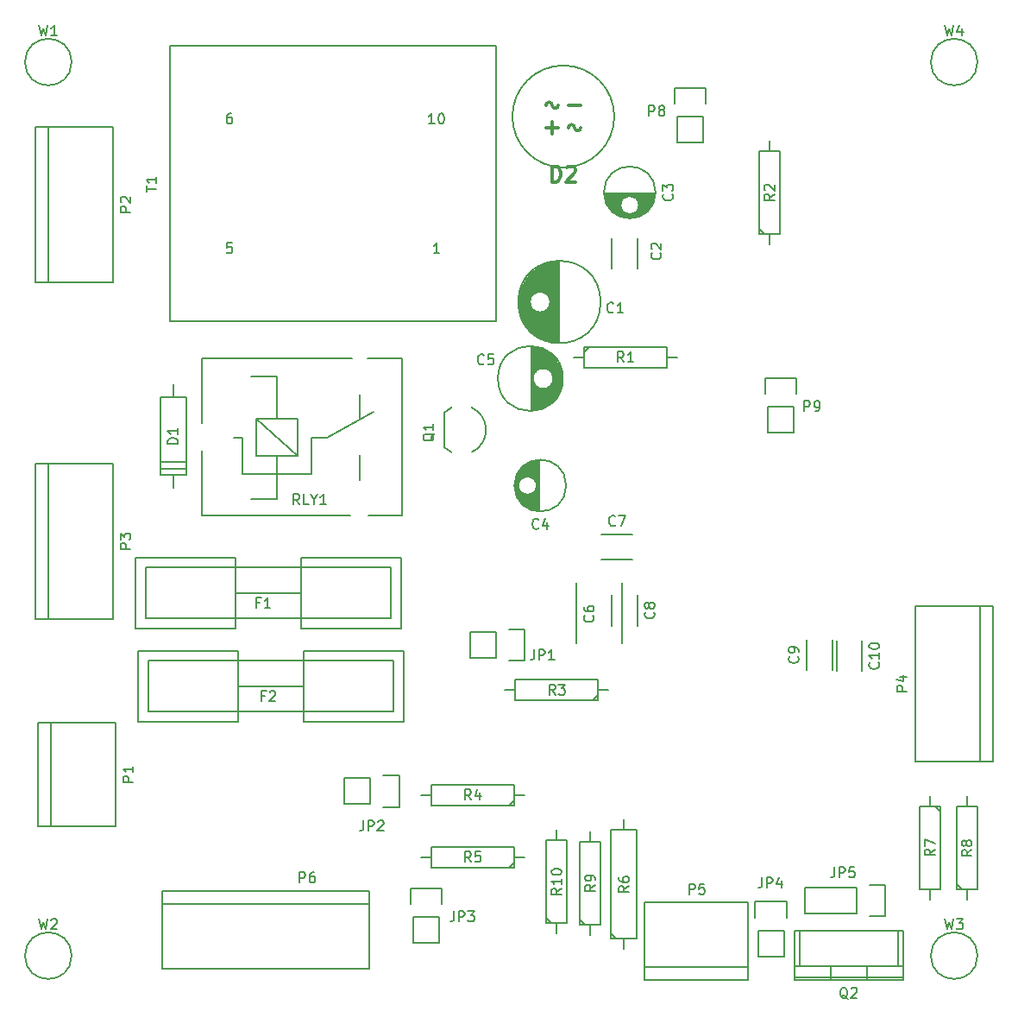
<source format=gbr>
G04 #@! TF.FileFunction,Legend,Top*
%FSLAX46Y46*%
G04 Gerber Fmt 4.6, Leading zero omitted, Abs format (unit mm)*
G04 Created by KiCad (PCBNEW 4.0.2+dfsg1-stable) date pon, 19 lis 2018, 23:52:54*
%MOMM*%
G01*
G04 APERTURE LIST*
%ADD10C,0.100000*%
%ADD11C,0.150000*%
%ADD12C,0.304800*%
G04 APERTURE END LIST*
D10*
D11*
X102382000Y-137105200D02*
X102382000Y-134105200D01*
X104882000Y-134105200D02*
X104882000Y-137105200D01*
X75325000Y-105351000D02*
X75325000Y-111649000D01*
X75465000Y-105357000D02*
X75465000Y-111643000D01*
X75605000Y-105370000D02*
X75605000Y-108054000D01*
X75605000Y-108946000D02*
X75605000Y-111630000D01*
X75745000Y-105389000D02*
X75745000Y-107844000D01*
X75745000Y-109156000D02*
X75745000Y-111611000D01*
X75885000Y-105415000D02*
X75885000Y-107711000D01*
X75885000Y-109289000D02*
X75885000Y-111585000D01*
X76025000Y-105447000D02*
X76025000Y-107620000D01*
X76025000Y-109380000D02*
X76025000Y-111553000D01*
X76165000Y-105486000D02*
X76165000Y-107558000D01*
X76165000Y-109442000D02*
X76165000Y-111514000D01*
X76305000Y-105532000D02*
X76305000Y-107519000D01*
X76305000Y-109481000D02*
X76305000Y-111468000D01*
X76445000Y-105585000D02*
X76445000Y-107502000D01*
X76445000Y-109498000D02*
X76445000Y-111415000D01*
X76585000Y-105647000D02*
X76585000Y-107504000D01*
X76585000Y-109496000D02*
X76585000Y-111353000D01*
X76725000Y-105717000D02*
X76725000Y-107526000D01*
X76725000Y-109474000D02*
X76725000Y-111283000D01*
X76865000Y-105796000D02*
X76865000Y-107569000D01*
X76865000Y-109431000D02*
X76865000Y-111204000D01*
X77005000Y-105884000D02*
X77005000Y-107637000D01*
X77005000Y-109363000D02*
X77005000Y-111116000D01*
X77145000Y-105984000D02*
X77145000Y-107736000D01*
X77145000Y-109264000D02*
X77145000Y-111016000D01*
X77285000Y-106096000D02*
X77285000Y-107881000D01*
X77285000Y-109119000D02*
X77285000Y-110904000D01*
X77425000Y-106221000D02*
X77425000Y-108120000D01*
X77425000Y-108880000D02*
X77425000Y-110779000D01*
X77565000Y-106364000D02*
X77565000Y-110636000D01*
X77705000Y-106526000D02*
X77705000Y-110474000D01*
X77845000Y-106714000D02*
X77845000Y-110286000D01*
X77985000Y-106937000D02*
X77985000Y-110063000D01*
X78125000Y-107213000D02*
X78125000Y-109787000D01*
X78265000Y-107588000D02*
X78265000Y-109412000D01*
X77500000Y-108500000D02*
G75*
G03X77500000Y-108500000I-1000000J0D01*
G01*
X78437500Y-108500000D02*
G75*
G03X78437500Y-108500000I-3187500J0D01*
G01*
X82931000Y-139065000D02*
X81915000Y-139065000D01*
X81915000Y-139065000D02*
X81915000Y-140081000D01*
X81915000Y-140081000D02*
X73787000Y-140081000D01*
X73787000Y-140081000D02*
X73787000Y-138049000D01*
X73787000Y-138049000D02*
X81915000Y-138049000D01*
X81915000Y-138049000D02*
X81915000Y-139065000D01*
X81915000Y-139573000D02*
X81407000Y-140081000D01*
X72771000Y-139065000D02*
X73787000Y-139065000D01*
X74676000Y-149352000D02*
X73660000Y-149352000D01*
X73660000Y-149352000D02*
X73660000Y-150368000D01*
X73660000Y-150368000D02*
X65532000Y-150368000D01*
X65532000Y-150368000D02*
X65532000Y-148336000D01*
X65532000Y-148336000D02*
X73660000Y-148336000D01*
X73660000Y-148336000D02*
X73660000Y-149352000D01*
X73660000Y-149860000D02*
X73152000Y-150368000D01*
X64516000Y-149352000D02*
X65532000Y-149352000D01*
X101663500Y-166116000D02*
X101663500Y-162687000D01*
X111315500Y-166116000D02*
X111315500Y-162687000D01*
X101155500Y-167259000D02*
X111823500Y-167259000D01*
X104711500Y-166243000D02*
X104711500Y-167513000D01*
X108267500Y-166243000D02*
X108267500Y-167513000D01*
X111823500Y-166116000D02*
X101155500Y-166116000D01*
X101155500Y-162687000D02*
X111823500Y-162687000D01*
X111823500Y-167513000D02*
X111823500Y-162687000D01*
X101155500Y-167513000D02*
X101155500Y-162687000D01*
X101155500Y-167513000D02*
X111823500Y-167513000D01*
X120650000Y-146050000D02*
X113030000Y-146050000D01*
X120650000Y-130810000D02*
X113030000Y-130810000D01*
X119380000Y-146050000D02*
X119380000Y-130810000D01*
X113030000Y-146050000D02*
X113030000Y-130810000D01*
X120650000Y-146050000D02*
X120650000Y-130810000D01*
X107787760Y-134207440D02*
X107787760Y-137207440D01*
X105287760Y-137207440D02*
X105287760Y-134207440D01*
X26670000Y-116840000D02*
X34290000Y-116840000D01*
X26670000Y-132080000D02*
X34290000Y-132080000D01*
X27940000Y-116840000D02*
X27940000Y-132080000D01*
X34290000Y-116840000D02*
X34290000Y-132080000D01*
X26670000Y-116840000D02*
X26670000Y-132080000D01*
X78025000Y-104999000D02*
X78025000Y-97001000D01*
X77885000Y-104994000D02*
X77885000Y-97006000D01*
X77745000Y-104984000D02*
X77745000Y-97016000D01*
X77605000Y-104969000D02*
X77605000Y-97031000D01*
X77465000Y-104949000D02*
X77465000Y-97051000D01*
X77325000Y-104924000D02*
X77325000Y-97076000D01*
X77185000Y-104894000D02*
X77185000Y-101173000D01*
X77185000Y-100827000D02*
X77185000Y-97106000D01*
X77045000Y-104858000D02*
X77045000Y-101535000D01*
X77045000Y-100465000D02*
X77045000Y-97142000D01*
X76905000Y-104817000D02*
X76905000Y-101709000D01*
X76905000Y-100291000D02*
X76905000Y-97183000D01*
X76765000Y-104771000D02*
X76765000Y-101825000D01*
X76765000Y-100175000D02*
X76765000Y-97229000D01*
X76625000Y-104718000D02*
X76625000Y-101905000D01*
X76625000Y-100095000D02*
X76625000Y-97282000D01*
X76485000Y-104659000D02*
X76485000Y-101959000D01*
X76485000Y-100041000D02*
X76485000Y-97341000D01*
X76345000Y-104594000D02*
X76345000Y-101989000D01*
X76345000Y-100011000D02*
X76345000Y-97406000D01*
X76205000Y-104523000D02*
X76205000Y-102000000D01*
X76205000Y-100000000D02*
X76205000Y-97477000D01*
X76065000Y-104444000D02*
X76065000Y-101991000D01*
X76065000Y-100009000D02*
X76065000Y-97556000D01*
X75925000Y-104357000D02*
X75925000Y-101961000D01*
X75925000Y-100039000D02*
X75925000Y-97643000D01*
X75785000Y-104262000D02*
X75785000Y-101910000D01*
X75785000Y-100090000D02*
X75785000Y-97738000D01*
X75645000Y-104158000D02*
X75645000Y-101832000D01*
X75645000Y-100168000D02*
X75645000Y-97842000D01*
X75505000Y-104044000D02*
X75505000Y-101719000D01*
X75505000Y-100281000D02*
X75505000Y-97956000D01*
X75365000Y-103919000D02*
X75365000Y-101550000D01*
X75365000Y-100450000D02*
X75365000Y-98081000D01*
X75225000Y-103781000D02*
X75225000Y-101222000D01*
X75225000Y-100778000D02*
X75225000Y-98219000D01*
X75085000Y-103629000D02*
X75085000Y-98371000D01*
X74945000Y-103459000D02*
X74945000Y-98541000D01*
X74805000Y-103268000D02*
X74805000Y-98732000D01*
X74665000Y-103050000D02*
X74665000Y-98950000D01*
X74525000Y-102794000D02*
X74525000Y-99206000D01*
X74385000Y-102483000D02*
X74385000Y-99517000D01*
X74245000Y-102067000D02*
X74245000Y-99933000D01*
X74105000Y-101200000D02*
X74105000Y-100800000D01*
X77200000Y-101000000D02*
G75*
G03X77200000Y-101000000I-1000000J0D01*
G01*
X82137500Y-101000000D02*
G75*
G03X82137500Y-101000000I-4037500J0D01*
G01*
X87499000Y-90325000D02*
X82501000Y-90325000D01*
X87491000Y-90465000D02*
X82509000Y-90465000D01*
X87475000Y-90605000D02*
X85095000Y-90605000D01*
X84905000Y-90605000D02*
X82525000Y-90605000D01*
X87451000Y-90745000D02*
X85490000Y-90745000D01*
X84510000Y-90745000D02*
X82549000Y-90745000D01*
X87418000Y-90885000D02*
X85657000Y-90885000D01*
X84343000Y-90885000D02*
X82582000Y-90885000D01*
X87377000Y-91025000D02*
X85764000Y-91025000D01*
X84236000Y-91025000D02*
X82623000Y-91025000D01*
X87327000Y-91165000D02*
X85835000Y-91165000D01*
X84165000Y-91165000D02*
X82673000Y-91165000D01*
X87266000Y-91305000D02*
X85879000Y-91305000D01*
X84121000Y-91305000D02*
X82734000Y-91305000D01*
X87196000Y-91445000D02*
X85898000Y-91445000D01*
X84102000Y-91445000D02*
X82804000Y-91445000D01*
X87114000Y-91585000D02*
X85896000Y-91585000D01*
X84104000Y-91585000D02*
X82886000Y-91585000D01*
X87019000Y-91725000D02*
X85871000Y-91725000D01*
X84129000Y-91725000D02*
X82981000Y-91725000D01*
X86908000Y-91865000D02*
X85823000Y-91865000D01*
X84177000Y-91865000D02*
X83092000Y-91865000D01*
X86780000Y-92005000D02*
X85745000Y-92005000D01*
X84255000Y-92005000D02*
X83220000Y-92005000D01*
X86631000Y-92145000D02*
X85628000Y-92145000D01*
X84372000Y-92145000D02*
X83369000Y-92145000D01*
X86452000Y-92285000D02*
X85440000Y-92285000D01*
X84560000Y-92285000D02*
X83548000Y-92285000D01*
X86233000Y-92425000D02*
X83767000Y-92425000D01*
X85944000Y-92565000D02*
X84056000Y-92565000D01*
X85472000Y-92705000D02*
X84528000Y-92705000D01*
X85900000Y-91500000D02*
G75*
G03X85900000Y-91500000I-900000J0D01*
G01*
X87537500Y-90250000D02*
G75*
G03X87537500Y-90250000I-2537500J0D01*
G01*
X76145000Y-121498000D02*
X76145000Y-116500000D01*
X76005000Y-121490000D02*
X76005000Y-116508000D01*
X75865000Y-121474000D02*
X75865000Y-119094000D01*
X75865000Y-118904000D02*
X75865000Y-116524000D01*
X75725000Y-121450000D02*
X75725000Y-119489000D01*
X75725000Y-118509000D02*
X75725000Y-116548000D01*
X75585000Y-121417000D02*
X75585000Y-119656000D01*
X75585000Y-118342000D02*
X75585000Y-116581000D01*
X75445000Y-121376000D02*
X75445000Y-119763000D01*
X75445000Y-118235000D02*
X75445000Y-116622000D01*
X75305000Y-121326000D02*
X75305000Y-119834000D01*
X75305000Y-118164000D02*
X75305000Y-116672000D01*
X75165000Y-121265000D02*
X75165000Y-119878000D01*
X75165000Y-118120000D02*
X75165000Y-116733000D01*
X75025000Y-121195000D02*
X75025000Y-119897000D01*
X75025000Y-118101000D02*
X75025000Y-116803000D01*
X74885000Y-121113000D02*
X74885000Y-119895000D01*
X74885000Y-118103000D02*
X74885000Y-116885000D01*
X74745000Y-121018000D02*
X74745000Y-119870000D01*
X74745000Y-118128000D02*
X74745000Y-116980000D01*
X74605000Y-120907000D02*
X74605000Y-119822000D01*
X74605000Y-118176000D02*
X74605000Y-117091000D01*
X74465000Y-120779000D02*
X74465000Y-119744000D01*
X74465000Y-118254000D02*
X74465000Y-117219000D01*
X74325000Y-120630000D02*
X74325000Y-119627000D01*
X74325000Y-118371000D02*
X74325000Y-117368000D01*
X74185000Y-120451000D02*
X74185000Y-119439000D01*
X74185000Y-118559000D02*
X74185000Y-117547000D01*
X74045000Y-120232000D02*
X74045000Y-117766000D01*
X73905000Y-119943000D02*
X73905000Y-118055000D01*
X73765000Y-119471000D02*
X73765000Y-118527000D01*
X75870000Y-118999000D02*
G75*
G03X75870000Y-118999000I-900000J0D01*
G01*
X78757500Y-118999000D02*
G75*
G03X78757500Y-118999000I-2537500J0D01*
G01*
X83486000Y-82804000D02*
G75*
G03X83486000Y-82804000I-5000000J0D01*
G01*
D12*
X79586000Y-83904000D02*
G75*
G03X79286000Y-83604000I-300000J0D01*
G01*
X79286000Y-83604000D02*
G75*
G03X78986000Y-83904000I0J-300000D01*
G01*
X79586000Y-83904000D02*
G75*
G03X79886000Y-84204000I300000J0D01*
G01*
X79886000Y-84204000D02*
G75*
G03X80186000Y-83904000I0J300000D01*
G01*
X77686000Y-82004000D02*
G75*
G03X77986000Y-81704000I0J300000D01*
G01*
X77386000Y-81704000D02*
G75*
G03X77686000Y-82004000I300000J0D01*
G01*
X77086000Y-81404000D02*
G75*
G03X76786000Y-81704000I0J-300000D01*
G01*
X77386000Y-81704000D02*
G75*
G03X77086000Y-81404000I-300000J0D01*
G01*
X80186000Y-81704000D02*
X78986000Y-81704000D01*
X77986000Y-83904000D02*
X76786000Y-83904000D01*
X77386000Y-83304000D02*
X77386000Y-84504000D01*
D11*
X52781200Y-129540000D02*
X46278800Y-129540000D01*
X52781200Y-126039880D02*
X52781200Y-133040120D01*
X61528960Y-133040120D02*
X52781200Y-133040120D01*
X61528960Y-126039880D02*
X52781200Y-126039880D01*
X38780720Y-132039360D02*
X37531040Y-132039360D01*
X39029640Y-127040640D02*
X37531040Y-127040640D01*
X51031140Y-132039360D02*
X38780720Y-132039360D01*
X50779680Y-127040640D02*
X39029640Y-127040640D01*
X61528960Y-132039360D02*
X51031140Y-132039360D01*
X61528960Y-127040640D02*
X50779680Y-127040640D01*
X61528960Y-127040640D02*
X61528960Y-132039360D01*
X62529720Y-126039880D02*
X61528960Y-126039880D01*
X62529720Y-126039880D02*
X62529720Y-133040120D01*
X62529720Y-133040120D02*
X61528960Y-133040120D01*
X37531040Y-127040640D02*
X37531040Y-132039360D01*
X46278800Y-126039880D02*
X36530280Y-126039880D01*
X36530280Y-126039880D02*
X36530280Y-133040120D01*
X46278800Y-133040120D02*
X36530280Y-133040120D01*
X46278800Y-126039880D02*
X46278800Y-133040120D01*
X53035200Y-138684000D02*
X46532800Y-138684000D01*
X53035200Y-135183880D02*
X53035200Y-142184120D01*
X61782960Y-142184120D02*
X53035200Y-142184120D01*
X61782960Y-135183880D02*
X53035200Y-135183880D01*
X39034720Y-141183360D02*
X37785040Y-141183360D01*
X39283640Y-136184640D02*
X37785040Y-136184640D01*
X51285140Y-141183360D02*
X39034720Y-141183360D01*
X51033680Y-136184640D02*
X39283640Y-136184640D01*
X61782960Y-141183360D02*
X51285140Y-141183360D01*
X61782960Y-136184640D02*
X51033680Y-136184640D01*
X61782960Y-136184640D02*
X61782960Y-141183360D01*
X62783720Y-135183880D02*
X61782960Y-135183880D01*
X62783720Y-135183880D02*
X62783720Y-142184120D01*
X62783720Y-142184120D02*
X61782960Y-142184120D01*
X37785040Y-136184640D02*
X37785040Y-141183360D01*
X46532800Y-135183880D02*
X36784280Y-135183880D01*
X36784280Y-135183880D02*
X36784280Y-142184120D01*
X46532800Y-142184120D02*
X36784280Y-142184120D01*
X46532800Y-135183880D02*
X46532800Y-142184120D01*
X71882000Y-135890000D02*
X69342000Y-135890000D01*
X74702000Y-136170000D02*
X73152000Y-136170000D01*
X71882000Y-135890000D02*
X71882000Y-133350000D01*
X73152000Y-133070000D02*
X74702000Y-133070000D01*
X74702000Y-133070000D02*
X74702000Y-136170000D01*
X71882000Y-133350000D02*
X69342000Y-133350000D01*
X69342000Y-133350000D02*
X69342000Y-135890000D01*
X59563000Y-150241000D02*
X57023000Y-150241000D01*
X62383000Y-150521000D02*
X60833000Y-150521000D01*
X59563000Y-150241000D02*
X59563000Y-147701000D01*
X60833000Y-147421000D02*
X62383000Y-147421000D01*
X62383000Y-147421000D02*
X62383000Y-150521000D01*
X59563000Y-147701000D02*
X57023000Y-147701000D01*
X57023000Y-147701000D02*
X57023000Y-150241000D01*
X66294000Y-161290000D02*
X66294000Y-163830000D01*
X66574000Y-158470000D02*
X66574000Y-160020000D01*
X66294000Y-161290000D02*
X63754000Y-161290000D01*
X63474000Y-160020000D02*
X63474000Y-158470000D01*
X63474000Y-158470000D02*
X66574000Y-158470000D01*
X63754000Y-161290000D02*
X63754000Y-163830000D01*
X63754000Y-163830000D02*
X66294000Y-163830000D01*
X100139500Y-162623500D02*
X100139500Y-165163500D01*
X100419500Y-159803500D02*
X100419500Y-161353500D01*
X100139500Y-162623500D02*
X97599500Y-162623500D01*
X97319500Y-161353500D02*
X97319500Y-159803500D01*
X97319500Y-159803500D02*
X100419500Y-159803500D01*
X97599500Y-162623500D02*
X97599500Y-165163500D01*
X97599500Y-165163500D02*
X100139500Y-165163500D01*
X26670000Y-83820000D02*
X34290000Y-83820000D01*
X26670000Y-99060000D02*
X34290000Y-99060000D01*
X27940000Y-83820000D02*
X27940000Y-99060000D01*
X34290000Y-83820000D02*
X34290000Y-99060000D01*
X26670000Y-83820000D02*
X26670000Y-99060000D01*
X59436000Y-166370000D02*
X59436000Y-158750000D01*
X39116000Y-158750000D02*
X39116000Y-166370000D01*
X39116000Y-160020000D02*
X59436000Y-160020000D01*
X59436000Y-166370000D02*
X39116000Y-166370000D01*
X59436000Y-158750000D02*
X39116000Y-158750000D01*
X92202000Y-82804000D02*
X92202000Y-85344000D01*
X92482000Y-79984000D02*
X92482000Y-81534000D01*
X92202000Y-82804000D02*
X89662000Y-82804000D01*
X89382000Y-81534000D02*
X89382000Y-79984000D01*
X89382000Y-79984000D02*
X92482000Y-79984000D01*
X89662000Y-82804000D02*
X89662000Y-85344000D01*
X89662000Y-85344000D02*
X92202000Y-85344000D01*
X101092000Y-111252000D02*
X101092000Y-113792000D01*
X101372000Y-108432000D02*
X101372000Y-109982000D01*
X101092000Y-111252000D02*
X98552000Y-111252000D01*
X98272000Y-109982000D02*
X98272000Y-108432000D01*
X98272000Y-108432000D02*
X101372000Y-108432000D01*
X98552000Y-111252000D02*
X98552000Y-113792000D01*
X98552000Y-113792000D02*
X101092000Y-113792000D01*
X67503010Y-111352305D02*
G75*
G03X66800000Y-111840000I996990J-2187695D01*
G01*
X67503010Y-115727695D02*
G75*
G02X66800000Y-115240000I996990J2187695D01*
G01*
X66800000Y-111840000D02*
X66800000Y-115240000D01*
X69493127Y-111355121D02*
G75*
G02X70900000Y-113540000I-993127J-2184879D01*
G01*
X69493127Y-115724879D02*
G75*
G03X70900000Y-113540000I-993127J2184879D01*
G01*
X71879460Y-102908100D02*
X71879460Y-75907900D01*
X71879460Y-75907900D02*
X39880540Y-75907900D01*
X39880540Y-75907900D02*
X39880540Y-102908100D01*
X39880540Y-102908100D02*
X71879460Y-102908100D01*
X74676000Y-155448000D02*
X73660000Y-155448000D01*
X73660000Y-155448000D02*
X73660000Y-156464000D01*
X73660000Y-156464000D02*
X65532000Y-156464000D01*
X65532000Y-156464000D02*
X65532000Y-154432000D01*
X65532000Y-154432000D02*
X73660000Y-154432000D01*
X73660000Y-154432000D02*
X73660000Y-155448000D01*
X73660000Y-155956000D02*
X73152000Y-156464000D01*
X64516000Y-155448000D02*
X65532000Y-155448000D01*
X84455000Y-164465000D02*
X84455000Y-163449000D01*
X84455000Y-151765000D02*
X84455000Y-152781000D01*
X83185000Y-152781000D02*
X85725000Y-152781000D01*
X85725000Y-152781000D02*
X85725000Y-163449000D01*
X85725000Y-163449000D02*
X83185000Y-163449000D01*
X83185000Y-163449000D02*
X83185000Y-152781000D01*
X83693000Y-163449000D02*
X83185000Y-162941000D01*
X81153000Y-163068000D02*
X81153000Y-162052000D01*
X81153000Y-162052000D02*
X80137000Y-162052000D01*
X80137000Y-162052000D02*
X80137000Y-153924000D01*
X80137000Y-153924000D02*
X82169000Y-153924000D01*
X82169000Y-153924000D02*
X82169000Y-162052000D01*
X82169000Y-162052000D02*
X81153000Y-162052000D01*
X80645000Y-162052000D02*
X80137000Y-161544000D01*
X81153000Y-152908000D02*
X81153000Y-153924000D01*
X77851000Y-162941000D02*
X77851000Y-161925000D01*
X77851000Y-161925000D02*
X76835000Y-161925000D01*
X76835000Y-161925000D02*
X76835000Y-153797000D01*
X76835000Y-153797000D02*
X78867000Y-153797000D01*
X78867000Y-153797000D02*
X78867000Y-161925000D01*
X78867000Y-161925000D02*
X77851000Y-161925000D01*
X77343000Y-161925000D02*
X76835000Y-161417000D01*
X77851000Y-152781000D02*
X77851000Y-153797000D01*
X84250000Y-128500000D02*
X84250000Y-134500000D01*
X79750000Y-134500000D02*
X79750000Y-128500000D01*
X79502000Y-106426000D02*
X80518000Y-106426000D01*
X80518000Y-106426000D02*
X80518000Y-105410000D01*
X80518000Y-105410000D02*
X88646000Y-105410000D01*
X88646000Y-105410000D02*
X88646000Y-107442000D01*
X88646000Y-107442000D02*
X80518000Y-107442000D01*
X80518000Y-107442000D02*
X80518000Y-106426000D01*
X80518000Y-105918000D02*
X81026000Y-105410000D01*
X89662000Y-106426000D02*
X88646000Y-106426000D01*
X98750000Y-95330000D02*
X98750000Y-94314000D01*
X98750000Y-94314000D02*
X97734000Y-94314000D01*
X97734000Y-94314000D02*
X97734000Y-86186000D01*
X97734000Y-86186000D02*
X99766000Y-86186000D01*
X99766000Y-86186000D02*
X99766000Y-94314000D01*
X99766000Y-94314000D02*
X98750000Y-94314000D01*
X98242000Y-94314000D02*
X97734000Y-93806000D01*
X98750000Y-85170000D02*
X98750000Y-86186000D01*
X114490500Y-149415500D02*
X114490500Y-150431500D01*
X114490500Y-150431500D02*
X115506500Y-150431500D01*
X115506500Y-150431500D02*
X115506500Y-158559500D01*
X115506500Y-158559500D02*
X113474500Y-158559500D01*
X113474500Y-158559500D02*
X113474500Y-150431500D01*
X113474500Y-150431500D02*
X114490500Y-150431500D01*
X114998500Y-150431500D02*
X115506500Y-150939500D01*
X114490500Y-159575500D02*
X114490500Y-158559500D01*
X118110000Y-159639000D02*
X118110000Y-158623000D01*
X118110000Y-158623000D02*
X117094000Y-158623000D01*
X117094000Y-158623000D02*
X117094000Y-150495000D01*
X117094000Y-150495000D02*
X119126000Y-150495000D01*
X119126000Y-150495000D02*
X119126000Y-158623000D01*
X119126000Y-158623000D02*
X118110000Y-158623000D01*
X117602000Y-158623000D02*
X117094000Y-158115000D01*
X118110000Y-149479000D02*
X118110000Y-150495000D01*
X107251500Y-158432500D02*
X102171500Y-158432500D01*
X102171500Y-158432500D02*
X102171500Y-160972500D01*
X102171500Y-160972500D02*
X107251500Y-160972500D01*
X110071500Y-161252500D02*
X108521500Y-161252500D01*
X107251500Y-160972500D02*
X107251500Y-158432500D01*
X108521500Y-158152500D02*
X110071500Y-158152500D01*
X110071500Y-158152500D02*
X110071500Y-161252500D01*
X83250000Y-97750000D02*
X83250000Y-94750000D01*
X85750000Y-94750000D02*
X85750000Y-97750000D01*
X82250000Y-123750000D02*
X85250000Y-123750000D01*
X85250000Y-126250000D02*
X82250000Y-126250000D01*
X85750000Y-129750000D02*
X85750000Y-132750000D01*
X83250000Y-132750000D02*
X83250000Y-129750000D01*
X30226000Y-77470000D02*
G75*
G03X30226000Y-77470000I-2286000J0D01*
G01*
X30226000Y-165100000D02*
G75*
G03X30226000Y-165100000I-2286000J0D01*
G01*
X119126000Y-165100000D02*
G75*
G03X119126000Y-165100000I-2286000J0D01*
G01*
X119126000Y-77470000D02*
G75*
G03X119126000Y-77470000I-2286000J0D01*
G01*
X59323000Y-121936000D02*
X62623000Y-121936000D01*
X62623000Y-121936000D02*
X62623000Y-106536000D01*
X62623000Y-106536000D02*
X59273000Y-106536000D01*
X43023000Y-115586000D02*
X43023000Y-121936000D01*
X43023000Y-121936000D02*
X57573000Y-121936000D01*
X43023000Y-112836000D02*
X43023000Y-106536000D01*
X43023000Y-106536000D02*
X57773000Y-106536000D01*
X43023000Y-106586000D02*
X43023000Y-112836000D01*
X58473000Y-118436000D02*
X58473000Y-115986000D01*
X58473000Y-110036000D02*
X58473000Y-112536000D01*
X47873000Y-120286000D02*
X50373000Y-120286000D01*
X46973000Y-114286000D02*
X46173000Y-114286000D01*
X50373000Y-108286000D02*
X47873000Y-108286000D01*
X53773000Y-114286000D02*
X55273000Y-114286000D01*
X55273000Y-114286000D02*
X59873000Y-111786000D01*
X53773000Y-117886000D02*
X46973000Y-117886000D01*
X53773000Y-114286000D02*
X53773000Y-117886000D01*
X46973000Y-114286000D02*
X46973000Y-117886000D01*
X50373000Y-108286000D02*
X50373000Y-112486000D01*
X50373000Y-116086000D02*
X50373000Y-120286000D01*
X52373000Y-116086000D02*
X48373000Y-112486000D01*
X48373000Y-116086000D02*
X48373000Y-112486000D01*
X48373000Y-112486000D02*
X52373000Y-112486000D01*
X52373000Y-112486000D02*
X52373000Y-116086000D01*
X52373000Y-116086000D02*
X48373000Y-116086000D01*
X28194000Y-152400000D02*
X28194000Y-142240000D01*
X26924000Y-152400000D02*
X34544000Y-152400000D01*
X34544000Y-152400000D02*
X34544000Y-142240000D01*
X34544000Y-142240000D02*
X26924000Y-142240000D01*
X26924000Y-142240000D02*
X26924000Y-152400000D01*
X96647000Y-166243000D02*
X86487000Y-166243000D01*
X96647000Y-167513000D02*
X96647000Y-159893000D01*
X96647000Y-159893000D02*
X86487000Y-159893000D01*
X86487000Y-159893000D02*
X86487000Y-167513000D01*
X86487000Y-167513000D02*
X96647000Y-167513000D01*
X41465500Y-110363000D02*
X41465500Y-117983000D01*
X41465500Y-117983000D02*
X38925500Y-117983000D01*
X38925500Y-117983000D02*
X38925500Y-110363000D01*
X38925500Y-110363000D02*
X41465500Y-110363000D01*
X41465500Y-117348000D02*
X38925500Y-117348000D01*
X38925500Y-116713000D02*
X41465500Y-116713000D01*
X40195500Y-110363000D02*
X40195500Y-109093000D01*
X40195500Y-117983000D02*
X40195500Y-119253000D01*
X101489143Y-135771866D02*
X101536762Y-135819485D01*
X101584381Y-135962342D01*
X101584381Y-136057580D01*
X101536762Y-136200438D01*
X101441524Y-136295676D01*
X101346286Y-136343295D01*
X101155810Y-136390914D01*
X101012952Y-136390914D01*
X100822476Y-136343295D01*
X100727238Y-136295676D01*
X100632000Y-136200438D01*
X100584381Y-136057580D01*
X100584381Y-135962342D01*
X100632000Y-135819485D01*
X100679619Y-135771866D01*
X101584381Y-135295676D02*
X101584381Y-135105200D01*
X101536762Y-135009961D01*
X101489143Y-134962342D01*
X101346286Y-134867104D01*
X101155810Y-134819485D01*
X100774857Y-134819485D01*
X100679619Y-134867104D01*
X100632000Y-134914723D01*
X100584381Y-135009961D01*
X100584381Y-135200438D01*
X100632000Y-135295676D01*
X100679619Y-135343295D01*
X100774857Y-135390914D01*
X101012952Y-135390914D01*
X101108190Y-135343295D01*
X101155810Y-135295676D01*
X101203429Y-135200438D01*
X101203429Y-135009961D01*
X101155810Y-134914723D01*
X101108190Y-134867104D01*
X101012952Y-134819485D01*
X70699334Y-107037143D02*
X70651715Y-107084762D01*
X70508858Y-107132381D01*
X70413620Y-107132381D01*
X70270762Y-107084762D01*
X70175524Y-106989524D01*
X70127905Y-106894286D01*
X70080286Y-106703810D01*
X70080286Y-106560952D01*
X70127905Y-106370476D01*
X70175524Y-106275238D01*
X70270762Y-106180000D01*
X70413620Y-106132381D01*
X70508858Y-106132381D01*
X70651715Y-106180000D01*
X70699334Y-106227619D01*
X71604096Y-106132381D02*
X71127905Y-106132381D01*
X71080286Y-106608571D01*
X71127905Y-106560952D01*
X71223143Y-106513333D01*
X71461239Y-106513333D01*
X71556477Y-106560952D01*
X71604096Y-106608571D01*
X71651715Y-106703810D01*
X71651715Y-106941905D01*
X71604096Y-107037143D01*
X71556477Y-107084762D01*
X71461239Y-107132381D01*
X71223143Y-107132381D01*
X71127905Y-107084762D01*
X71080286Y-107037143D01*
X77684334Y-139517381D02*
X77351000Y-139041190D01*
X77112905Y-139517381D02*
X77112905Y-138517381D01*
X77493858Y-138517381D01*
X77589096Y-138565000D01*
X77636715Y-138612619D01*
X77684334Y-138707857D01*
X77684334Y-138850714D01*
X77636715Y-138945952D01*
X77589096Y-138993571D01*
X77493858Y-139041190D01*
X77112905Y-139041190D01*
X78017667Y-138517381D02*
X78636715Y-138517381D01*
X78303381Y-138898333D01*
X78446239Y-138898333D01*
X78541477Y-138945952D01*
X78589096Y-138993571D01*
X78636715Y-139088810D01*
X78636715Y-139326905D01*
X78589096Y-139422143D01*
X78541477Y-139469762D01*
X78446239Y-139517381D01*
X78160524Y-139517381D01*
X78065286Y-139469762D01*
X78017667Y-139422143D01*
X69429334Y-149804381D02*
X69096000Y-149328190D01*
X68857905Y-149804381D02*
X68857905Y-148804381D01*
X69238858Y-148804381D01*
X69334096Y-148852000D01*
X69381715Y-148899619D01*
X69429334Y-148994857D01*
X69429334Y-149137714D01*
X69381715Y-149232952D01*
X69334096Y-149280571D01*
X69238858Y-149328190D01*
X68857905Y-149328190D01*
X70286477Y-149137714D02*
X70286477Y-149804381D01*
X70048381Y-148756762D02*
X69810286Y-149471048D01*
X70429334Y-149471048D01*
X106394262Y-169330619D02*
X106299024Y-169283000D01*
X106203786Y-169187762D01*
X106060929Y-169044905D01*
X105965690Y-168997286D01*
X105870452Y-168997286D01*
X105918071Y-169235381D02*
X105822833Y-169187762D01*
X105727595Y-169092524D01*
X105679976Y-168902048D01*
X105679976Y-168568714D01*
X105727595Y-168378238D01*
X105822833Y-168283000D01*
X105918071Y-168235381D01*
X106108548Y-168235381D01*
X106203786Y-168283000D01*
X106299024Y-168378238D01*
X106346643Y-168568714D01*
X106346643Y-168902048D01*
X106299024Y-169092524D01*
X106203786Y-169187762D01*
X106108548Y-169235381D01*
X105918071Y-169235381D01*
X106727595Y-168330619D02*
X106775214Y-168283000D01*
X106870452Y-168235381D01*
X107108548Y-168235381D01*
X107203786Y-168283000D01*
X107251405Y-168330619D01*
X107299024Y-168425857D01*
X107299024Y-168521095D01*
X107251405Y-168663952D01*
X106679976Y-169235381D01*
X107299024Y-169235381D01*
X112212381Y-139168095D02*
X111212381Y-139168095D01*
X111212381Y-138787142D01*
X111260000Y-138691904D01*
X111307619Y-138644285D01*
X111402857Y-138596666D01*
X111545714Y-138596666D01*
X111640952Y-138644285D01*
X111688571Y-138691904D01*
X111736190Y-138787142D01*
X111736190Y-139168095D01*
X111545714Y-137739523D02*
X112212381Y-137739523D01*
X111164762Y-137977619D02*
X111879048Y-138215714D01*
X111879048Y-137596666D01*
X109394903Y-136350297D02*
X109442522Y-136397916D01*
X109490141Y-136540773D01*
X109490141Y-136636011D01*
X109442522Y-136778869D01*
X109347284Y-136874107D01*
X109252046Y-136921726D01*
X109061570Y-136969345D01*
X108918712Y-136969345D01*
X108728236Y-136921726D01*
X108632998Y-136874107D01*
X108537760Y-136778869D01*
X108490141Y-136636011D01*
X108490141Y-136540773D01*
X108537760Y-136397916D01*
X108585379Y-136350297D01*
X109490141Y-135397916D02*
X109490141Y-135969345D01*
X109490141Y-135683631D02*
X108490141Y-135683631D01*
X108632998Y-135778869D01*
X108728236Y-135874107D01*
X108775855Y-135969345D01*
X108490141Y-134778869D02*
X108490141Y-134683630D01*
X108537760Y-134588392D01*
X108585379Y-134540773D01*
X108680617Y-134493154D01*
X108871093Y-134445535D01*
X109109189Y-134445535D01*
X109299665Y-134493154D01*
X109394903Y-134540773D01*
X109442522Y-134588392D01*
X109490141Y-134683630D01*
X109490141Y-134778869D01*
X109442522Y-134874107D01*
X109394903Y-134921726D01*
X109299665Y-134969345D01*
X109109189Y-135016964D01*
X108871093Y-135016964D01*
X108680617Y-134969345D01*
X108585379Y-134921726D01*
X108537760Y-134874107D01*
X108490141Y-134778869D01*
X36012381Y-125198095D02*
X35012381Y-125198095D01*
X35012381Y-124817142D01*
X35060000Y-124721904D01*
X35107619Y-124674285D01*
X35202857Y-124626666D01*
X35345714Y-124626666D01*
X35440952Y-124674285D01*
X35488571Y-124721904D01*
X35536190Y-124817142D01*
X35536190Y-125198095D01*
X35012381Y-124293333D02*
X35012381Y-123674285D01*
X35393333Y-124007619D01*
X35393333Y-123864761D01*
X35440952Y-123769523D01*
X35488571Y-123721904D01*
X35583810Y-123674285D01*
X35821905Y-123674285D01*
X35917143Y-123721904D01*
X35964762Y-123769523D01*
X36012381Y-123864761D01*
X36012381Y-124150476D01*
X35964762Y-124245714D01*
X35917143Y-124293333D01*
X83399334Y-101957143D02*
X83351715Y-102004762D01*
X83208858Y-102052381D01*
X83113620Y-102052381D01*
X82970762Y-102004762D01*
X82875524Y-101909524D01*
X82827905Y-101814286D01*
X82780286Y-101623810D01*
X82780286Y-101480952D01*
X82827905Y-101290476D01*
X82875524Y-101195238D01*
X82970762Y-101100000D01*
X83113620Y-101052381D01*
X83208858Y-101052381D01*
X83351715Y-101100000D01*
X83399334Y-101147619D01*
X84351715Y-102052381D02*
X83780286Y-102052381D01*
X84066000Y-102052381D02*
X84066000Y-101052381D01*
X83970762Y-101195238D01*
X83875524Y-101290476D01*
X83780286Y-101338095D01*
X89157143Y-90416666D02*
X89204762Y-90464285D01*
X89252381Y-90607142D01*
X89252381Y-90702380D01*
X89204762Y-90845238D01*
X89109524Y-90940476D01*
X89014286Y-90988095D01*
X88823810Y-91035714D01*
X88680952Y-91035714D01*
X88490476Y-90988095D01*
X88395238Y-90940476D01*
X88300000Y-90845238D01*
X88252381Y-90702380D01*
X88252381Y-90607142D01*
X88300000Y-90464285D01*
X88347619Y-90416666D01*
X88252381Y-90083333D02*
X88252381Y-89464285D01*
X88633333Y-89797619D01*
X88633333Y-89654761D01*
X88680952Y-89559523D01*
X88728571Y-89511904D01*
X88823810Y-89464285D01*
X89061905Y-89464285D01*
X89157143Y-89511904D01*
X89204762Y-89559523D01*
X89252381Y-89654761D01*
X89252381Y-89940476D01*
X89204762Y-90035714D01*
X89157143Y-90083333D01*
X76053334Y-123156143D02*
X76005715Y-123203762D01*
X75862858Y-123251381D01*
X75767620Y-123251381D01*
X75624762Y-123203762D01*
X75529524Y-123108524D01*
X75481905Y-123013286D01*
X75434286Y-122822810D01*
X75434286Y-122679952D01*
X75481905Y-122489476D01*
X75529524Y-122394238D01*
X75624762Y-122299000D01*
X75767620Y-122251381D01*
X75862858Y-122251381D01*
X76005715Y-122299000D01*
X76053334Y-122346619D01*
X76910477Y-122584714D02*
X76910477Y-123251381D01*
X76672381Y-122203762D02*
X76434286Y-122918048D01*
X77053334Y-122918048D01*
D12*
X77361143Y-89208429D02*
X77361143Y-87684429D01*
X77724000Y-87684429D01*
X77941715Y-87757000D01*
X78086857Y-87902143D01*
X78159429Y-88047286D01*
X78232000Y-88337571D01*
X78232000Y-88555286D01*
X78159429Y-88845571D01*
X78086857Y-88990714D01*
X77941715Y-89135857D01*
X77724000Y-89208429D01*
X77361143Y-89208429D01*
X78812572Y-87829571D02*
X78885143Y-87757000D01*
X79030286Y-87684429D01*
X79393143Y-87684429D01*
X79538286Y-87757000D01*
X79610857Y-87829571D01*
X79683429Y-87974714D01*
X79683429Y-88119857D01*
X79610857Y-88337571D01*
X78740000Y-89208429D01*
X79683429Y-89208429D01*
D11*
X48688667Y-130484571D02*
X48355333Y-130484571D01*
X48355333Y-131008381D02*
X48355333Y-130008381D01*
X48831524Y-130008381D01*
X49736286Y-131008381D02*
X49164857Y-131008381D01*
X49450571Y-131008381D02*
X49450571Y-130008381D01*
X49355333Y-130151238D01*
X49260095Y-130246476D01*
X49164857Y-130294095D01*
X49196667Y-139628571D02*
X48863333Y-139628571D01*
X48863333Y-140152381D02*
X48863333Y-139152381D01*
X49339524Y-139152381D01*
X49672857Y-139247619D02*
X49720476Y-139200000D01*
X49815714Y-139152381D01*
X50053810Y-139152381D01*
X50149048Y-139200000D01*
X50196667Y-139247619D01*
X50244286Y-139342857D01*
X50244286Y-139438095D01*
X50196667Y-139580952D01*
X49625238Y-140152381D01*
X50244286Y-140152381D01*
X75620667Y-135088381D02*
X75620667Y-135802667D01*
X75573047Y-135945524D01*
X75477809Y-136040762D01*
X75334952Y-136088381D01*
X75239714Y-136088381D01*
X76096857Y-136088381D02*
X76096857Y-135088381D01*
X76477810Y-135088381D01*
X76573048Y-135136000D01*
X76620667Y-135183619D01*
X76668286Y-135278857D01*
X76668286Y-135421714D01*
X76620667Y-135516952D01*
X76573048Y-135564571D01*
X76477810Y-135612190D01*
X76096857Y-135612190D01*
X77620667Y-136088381D02*
X77049238Y-136088381D01*
X77334952Y-136088381D02*
X77334952Y-135088381D01*
X77239714Y-135231238D01*
X77144476Y-135326476D01*
X77049238Y-135374095D01*
X58856667Y-151852381D02*
X58856667Y-152566667D01*
X58809047Y-152709524D01*
X58713809Y-152804762D01*
X58570952Y-152852381D01*
X58475714Y-152852381D01*
X59332857Y-152852381D02*
X59332857Y-151852381D01*
X59713810Y-151852381D01*
X59809048Y-151900000D01*
X59856667Y-151947619D01*
X59904286Y-152042857D01*
X59904286Y-152185714D01*
X59856667Y-152280952D01*
X59809048Y-152328571D01*
X59713810Y-152376190D01*
X59332857Y-152376190D01*
X60285238Y-151947619D02*
X60332857Y-151900000D01*
X60428095Y-151852381D01*
X60666191Y-151852381D01*
X60761429Y-151900000D01*
X60809048Y-151947619D01*
X60856667Y-152042857D01*
X60856667Y-152138095D01*
X60809048Y-152280952D01*
X60237619Y-152852381D01*
X60856667Y-152852381D01*
X67746667Y-160742381D02*
X67746667Y-161456667D01*
X67699047Y-161599524D01*
X67603809Y-161694762D01*
X67460952Y-161742381D01*
X67365714Y-161742381D01*
X68222857Y-161742381D02*
X68222857Y-160742381D01*
X68603810Y-160742381D01*
X68699048Y-160790000D01*
X68746667Y-160837619D01*
X68794286Y-160932857D01*
X68794286Y-161075714D01*
X68746667Y-161170952D01*
X68699048Y-161218571D01*
X68603810Y-161266190D01*
X68222857Y-161266190D01*
X69127619Y-160742381D02*
X69746667Y-160742381D01*
X69413333Y-161123333D01*
X69556191Y-161123333D01*
X69651429Y-161170952D01*
X69699048Y-161218571D01*
X69746667Y-161313810D01*
X69746667Y-161551905D01*
X69699048Y-161647143D01*
X69651429Y-161694762D01*
X69556191Y-161742381D01*
X69270476Y-161742381D01*
X69175238Y-161694762D01*
X69127619Y-161647143D01*
X97972667Y-157440381D02*
X97972667Y-158154667D01*
X97925047Y-158297524D01*
X97829809Y-158392762D01*
X97686952Y-158440381D01*
X97591714Y-158440381D01*
X98448857Y-158440381D02*
X98448857Y-157440381D01*
X98829810Y-157440381D01*
X98925048Y-157488000D01*
X98972667Y-157535619D01*
X99020286Y-157630857D01*
X99020286Y-157773714D01*
X98972667Y-157868952D01*
X98925048Y-157916571D01*
X98829810Y-157964190D01*
X98448857Y-157964190D01*
X99877429Y-157773714D02*
X99877429Y-158440381D01*
X99639333Y-157392762D02*
X99401238Y-158107048D01*
X100020286Y-158107048D01*
X36012381Y-92178095D02*
X35012381Y-92178095D01*
X35012381Y-91797142D01*
X35060000Y-91701904D01*
X35107619Y-91654285D01*
X35202857Y-91606666D01*
X35345714Y-91606666D01*
X35440952Y-91654285D01*
X35488571Y-91701904D01*
X35536190Y-91797142D01*
X35536190Y-92178095D01*
X35107619Y-91225714D02*
X35060000Y-91178095D01*
X35012381Y-91082857D01*
X35012381Y-90844761D01*
X35060000Y-90749523D01*
X35107619Y-90701904D01*
X35202857Y-90654285D01*
X35298095Y-90654285D01*
X35440952Y-90701904D01*
X36012381Y-91273333D01*
X36012381Y-90654285D01*
X52601905Y-157932381D02*
X52601905Y-156932381D01*
X52982858Y-156932381D01*
X53078096Y-156980000D01*
X53125715Y-157027619D01*
X53173334Y-157122857D01*
X53173334Y-157265714D01*
X53125715Y-157360952D01*
X53078096Y-157408571D01*
X52982858Y-157456190D01*
X52601905Y-157456190D01*
X54030477Y-156932381D02*
X53840000Y-156932381D01*
X53744762Y-156980000D01*
X53697143Y-157027619D01*
X53601905Y-157170476D01*
X53554286Y-157360952D01*
X53554286Y-157741905D01*
X53601905Y-157837143D01*
X53649524Y-157884762D01*
X53744762Y-157932381D01*
X53935239Y-157932381D01*
X54030477Y-157884762D01*
X54078096Y-157837143D01*
X54125715Y-157741905D01*
X54125715Y-157503810D01*
X54078096Y-157408571D01*
X54030477Y-157360952D01*
X53935239Y-157313333D01*
X53744762Y-157313333D01*
X53649524Y-157360952D01*
X53601905Y-157408571D01*
X53554286Y-157503810D01*
X86891905Y-82748381D02*
X86891905Y-81748381D01*
X87272858Y-81748381D01*
X87368096Y-81796000D01*
X87415715Y-81843619D01*
X87463334Y-81938857D01*
X87463334Y-82081714D01*
X87415715Y-82176952D01*
X87368096Y-82224571D01*
X87272858Y-82272190D01*
X86891905Y-82272190D01*
X88034762Y-82176952D02*
X87939524Y-82129333D01*
X87891905Y-82081714D01*
X87844286Y-81986476D01*
X87844286Y-81938857D01*
X87891905Y-81843619D01*
X87939524Y-81796000D01*
X88034762Y-81748381D01*
X88225239Y-81748381D01*
X88320477Y-81796000D01*
X88368096Y-81843619D01*
X88415715Y-81938857D01*
X88415715Y-81986476D01*
X88368096Y-82081714D01*
X88320477Y-82129333D01*
X88225239Y-82176952D01*
X88034762Y-82176952D01*
X87939524Y-82224571D01*
X87891905Y-82272190D01*
X87844286Y-82367429D01*
X87844286Y-82557905D01*
X87891905Y-82653143D01*
X87939524Y-82700762D01*
X88034762Y-82748381D01*
X88225239Y-82748381D01*
X88320477Y-82700762D01*
X88368096Y-82653143D01*
X88415715Y-82557905D01*
X88415715Y-82367429D01*
X88368096Y-82272190D01*
X88320477Y-82224571D01*
X88225239Y-82176952D01*
X102131905Y-111704381D02*
X102131905Y-110704381D01*
X102512858Y-110704381D01*
X102608096Y-110752000D01*
X102655715Y-110799619D01*
X102703334Y-110894857D01*
X102703334Y-111037714D01*
X102655715Y-111132952D01*
X102608096Y-111180571D01*
X102512858Y-111228190D01*
X102131905Y-111228190D01*
X103179524Y-111704381D02*
X103370000Y-111704381D01*
X103465239Y-111656762D01*
X103512858Y-111609143D01*
X103608096Y-111466286D01*
X103655715Y-111275810D01*
X103655715Y-110894857D01*
X103608096Y-110799619D01*
X103560477Y-110752000D01*
X103465239Y-110704381D01*
X103274762Y-110704381D01*
X103179524Y-110752000D01*
X103131905Y-110799619D01*
X103084286Y-110894857D01*
X103084286Y-111132952D01*
X103131905Y-111228190D01*
X103179524Y-111275810D01*
X103274762Y-111323429D01*
X103465239Y-111323429D01*
X103560477Y-111275810D01*
X103608096Y-111228190D01*
X103655715Y-111132952D01*
X65825619Y-113887238D02*
X65778000Y-113982476D01*
X65682762Y-114077714D01*
X65539905Y-114220571D01*
X65492286Y-114315810D01*
X65492286Y-114411048D01*
X65730381Y-114363429D02*
X65682762Y-114458667D01*
X65587524Y-114553905D01*
X65397048Y-114601524D01*
X65063714Y-114601524D01*
X64873238Y-114553905D01*
X64778000Y-114458667D01*
X64730381Y-114363429D01*
X64730381Y-114172952D01*
X64778000Y-114077714D01*
X64873238Y-113982476D01*
X65063714Y-113934857D01*
X65397048Y-113934857D01*
X65587524Y-113982476D01*
X65682762Y-114077714D01*
X65730381Y-114172952D01*
X65730381Y-114363429D01*
X65730381Y-112982476D02*
X65730381Y-113553905D01*
X65730381Y-113268191D02*
X64730381Y-113268191D01*
X64873238Y-113363429D01*
X64968476Y-113458667D01*
X65016095Y-113553905D01*
X37552381Y-90169905D02*
X37552381Y-89598476D01*
X38552381Y-89884191D02*
X37552381Y-89884191D01*
X38552381Y-88741333D02*
X38552381Y-89312762D01*
X38552381Y-89027048D02*
X37552381Y-89027048D01*
X37695238Y-89122286D01*
X37790476Y-89217524D01*
X37838095Y-89312762D01*
X65849524Y-83510381D02*
X65278095Y-83510381D01*
X65563809Y-83510381D02*
X65563809Y-82510381D01*
X65468571Y-82653238D01*
X65373333Y-82748476D01*
X65278095Y-82796095D01*
X66468571Y-82510381D02*
X66563810Y-82510381D01*
X66659048Y-82558000D01*
X66706667Y-82605619D01*
X66754286Y-82700857D01*
X66801905Y-82891333D01*
X66801905Y-83129429D01*
X66754286Y-83319905D01*
X66706667Y-83415143D01*
X66659048Y-83462762D01*
X66563810Y-83510381D01*
X66468571Y-83510381D01*
X66373333Y-83462762D01*
X66325714Y-83415143D01*
X66278095Y-83319905D01*
X66230476Y-83129429D01*
X66230476Y-82891333D01*
X66278095Y-82700857D01*
X66325714Y-82605619D01*
X66373333Y-82558000D01*
X66468571Y-82510381D01*
X45910477Y-82510381D02*
X45720000Y-82510381D01*
X45624762Y-82558000D01*
X45577143Y-82605619D01*
X45481905Y-82748476D01*
X45434286Y-82938952D01*
X45434286Y-83319905D01*
X45481905Y-83415143D01*
X45529524Y-83462762D01*
X45624762Y-83510381D01*
X45815239Y-83510381D01*
X45910477Y-83462762D01*
X45958096Y-83415143D01*
X46005715Y-83319905D01*
X46005715Y-83081810D01*
X45958096Y-82986571D01*
X45910477Y-82938952D01*
X45815239Y-82891333D01*
X45624762Y-82891333D01*
X45529524Y-82938952D01*
X45481905Y-82986571D01*
X45434286Y-83081810D01*
X45958096Y-95210381D02*
X45481905Y-95210381D01*
X45434286Y-95686571D01*
X45481905Y-95638952D01*
X45577143Y-95591333D01*
X45815239Y-95591333D01*
X45910477Y-95638952D01*
X45958096Y-95686571D01*
X46005715Y-95781810D01*
X46005715Y-96019905D01*
X45958096Y-96115143D01*
X45910477Y-96162762D01*
X45815239Y-96210381D01*
X45577143Y-96210381D01*
X45481905Y-96162762D01*
X45434286Y-96115143D01*
X66325715Y-96210381D02*
X65754286Y-96210381D01*
X66040000Y-96210381D02*
X66040000Y-95210381D01*
X65944762Y-95353238D01*
X65849524Y-95448476D01*
X65754286Y-95496095D01*
X69429334Y-155900381D02*
X69096000Y-155424190D01*
X68857905Y-155900381D02*
X68857905Y-154900381D01*
X69238858Y-154900381D01*
X69334096Y-154948000D01*
X69381715Y-154995619D01*
X69429334Y-155090857D01*
X69429334Y-155233714D01*
X69381715Y-155328952D01*
X69334096Y-155376571D01*
X69238858Y-155424190D01*
X68857905Y-155424190D01*
X70334096Y-154900381D02*
X69857905Y-154900381D01*
X69810286Y-155376571D01*
X69857905Y-155328952D01*
X69953143Y-155281333D01*
X70191239Y-155281333D01*
X70286477Y-155328952D01*
X70334096Y-155376571D01*
X70381715Y-155471810D01*
X70381715Y-155709905D01*
X70334096Y-155805143D01*
X70286477Y-155852762D01*
X70191239Y-155900381D01*
X69953143Y-155900381D01*
X69857905Y-155852762D01*
X69810286Y-155805143D01*
X84907381Y-158281666D02*
X84431190Y-158615000D01*
X84907381Y-158853095D02*
X83907381Y-158853095D01*
X83907381Y-158472142D01*
X83955000Y-158376904D01*
X84002619Y-158329285D01*
X84097857Y-158281666D01*
X84240714Y-158281666D01*
X84335952Y-158329285D01*
X84383571Y-158376904D01*
X84431190Y-158472142D01*
X84431190Y-158853095D01*
X83907381Y-157424523D02*
X83907381Y-157615000D01*
X83955000Y-157710238D01*
X84002619Y-157757857D01*
X84145476Y-157853095D01*
X84335952Y-157900714D01*
X84716905Y-157900714D01*
X84812143Y-157853095D01*
X84859762Y-157805476D01*
X84907381Y-157710238D01*
X84907381Y-157519761D01*
X84859762Y-157424523D01*
X84812143Y-157376904D01*
X84716905Y-157329285D01*
X84478810Y-157329285D01*
X84383571Y-157376904D01*
X84335952Y-157424523D01*
X84288333Y-157519761D01*
X84288333Y-157710238D01*
X84335952Y-157805476D01*
X84383571Y-157853095D01*
X84478810Y-157900714D01*
X81605381Y-158154666D02*
X81129190Y-158488000D01*
X81605381Y-158726095D02*
X80605381Y-158726095D01*
X80605381Y-158345142D01*
X80653000Y-158249904D01*
X80700619Y-158202285D01*
X80795857Y-158154666D01*
X80938714Y-158154666D01*
X81033952Y-158202285D01*
X81081571Y-158249904D01*
X81129190Y-158345142D01*
X81129190Y-158726095D01*
X81605381Y-157678476D02*
X81605381Y-157488000D01*
X81557762Y-157392761D01*
X81510143Y-157345142D01*
X81367286Y-157249904D01*
X81176810Y-157202285D01*
X80795857Y-157202285D01*
X80700619Y-157249904D01*
X80653000Y-157297523D01*
X80605381Y-157392761D01*
X80605381Y-157583238D01*
X80653000Y-157678476D01*
X80700619Y-157726095D01*
X80795857Y-157773714D01*
X81033952Y-157773714D01*
X81129190Y-157726095D01*
X81176810Y-157678476D01*
X81224429Y-157583238D01*
X81224429Y-157392761D01*
X81176810Y-157297523D01*
X81129190Y-157249904D01*
X81033952Y-157202285D01*
X78303381Y-158503857D02*
X77827190Y-158837191D01*
X78303381Y-159075286D02*
X77303381Y-159075286D01*
X77303381Y-158694333D01*
X77351000Y-158599095D01*
X77398619Y-158551476D01*
X77493857Y-158503857D01*
X77636714Y-158503857D01*
X77731952Y-158551476D01*
X77779571Y-158599095D01*
X77827190Y-158694333D01*
X77827190Y-159075286D01*
X78303381Y-157551476D02*
X78303381Y-158122905D01*
X78303381Y-157837191D02*
X77303381Y-157837191D01*
X77446238Y-157932429D01*
X77541476Y-158027667D01*
X77589095Y-158122905D01*
X77303381Y-156932429D02*
X77303381Y-156837190D01*
X77351000Y-156741952D01*
X77398619Y-156694333D01*
X77493857Y-156646714D01*
X77684333Y-156599095D01*
X77922429Y-156599095D01*
X78112905Y-156646714D01*
X78208143Y-156694333D01*
X78255762Y-156741952D01*
X78303381Y-156837190D01*
X78303381Y-156932429D01*
X78255762Y-157027667D01*
X78208143Y-157075286D01*
X78112905Y-157122905D01*
X77922429Y-157170524D01*
X77684333Y-157170524D01*
X77493857Y-157122905D01*
X77398619Y-157075286D01*
X77351000Y-157027667D01*
X77303381Y-156932429D01*
X81383143Y-131738666D02*
X81430762Y-131786285D01*
X81478381Y-131929142D01*
X81478381Y-132024380D01*
X81430762Y-132167238D01*
X81335524Y-132262476D01*
X81240286Y-132310095D01*
X81049810Y-132357714D01*
X80906952Y-132357714D01*
X80716476Y-132310095D01*
X80621238Y-132262476D01*
X80526000Y-132167238D01*
X80478381Y-132024380D01*
X80478381Y-131929142D01*
X80526000Y-131786285D01*
X80573619Y-131738666D01*
X80478381Y-130881523D02*
X80478381Y-131072000D01*
X80526000Y-131167238D01*
X80573619Y-131214857D01*
X80716476Y-131310095D01*
X80906952Y-131357714D01*
X81287905Y-131357714D01*
X81383143Y-131310095D01*
X81430762Y-131262476D01*
X81478381Y-131167238D01*
X81478381Y-130976761D01*
X81430762Y-130881523D01*
X81383143Y-130833904D01*
X81287905Y-130786285D01*
X81049810Y-130786285D01*
X80954571Y-130833904D01*
X80906952Y-130881523D01*
X80859333Y-130976761D01*
X80859333Y-131167238D01*
X80906952Y-131262476D01*
X80954571Y-131310095D01*
X81049810Y-131357714D01*
X84415334Y-106878381D02*
X84082000Y-106402190D01*
X83843905Y-106878381D02*
X83843905Y-105878381D01*
X84224858Y-105878381D01*
X84320096Y-105926000D01*
X84367715Y-105973619D01*
X84415334Y-106068857D01*
X84415334Y-106211714D01*
X84367715Y-106306952D01*
X84320096Y-106354571D01*
X84224858Y-106402190D01*
X83843905Y-106402190D01*
X85367715Y-106878381D02*
X84796286Y-106878381D01*
X85082000Y-106878381D02*
X85082000Y-105878381D01*
X84986762Y-106021238D01*
X84891524Y-106116476D01*
X84796286Y-106164095D01*
X99202381Y-90416666D02*
X98726190Y-90750000D01*
X99202381Y-90988095D02*
X98202381Y-90988095D01*
X98202381Y-90607142D01*
X98250000Y-90511904D01*
X98297619Y-90464285D01*
X98392857Y-90416666D01*
X98535714Y-90416666D01*
X98630952Y-90464285D01*
X98678571Y-90511904D01*
X98726190Y-90607142D01*
X98726190Y-90988095D01*
X98297619Y-90035714D02*
X98250000Y-89988095D01*
X98202381Y-89892857D01*
X98202381Y-89654761D01*
X98250000Y-89559523D01*
X98297619Y-89511904D01*
X98392857Y-89464285D01*
X98488095Y-89464285D01*
X98630952Y-89511904D01*
X99202381Y-90083333D01*
X99202381Y-89464285D01*
X114942881Y-154662166D02*
X114466690Y-154995500D01*
X114942881Y-155233595D02*
X113942881Y-155233595D01*
X113942881Y-154852642D01*
X113990500Y-154757404D01*
X114038119Y-154709785D01*
X114133357Y-154662166D01*
X114276214Y-154662166D01*
X114371452Y-154709785D01*
X114419071Y-154757404D01*
X114466690Y-154852642D01*
X114466690Y-155233595D01*
X113942881Y-154328833D02*
X113942881Y-153662166D01*
X114942881Y-154090738D01*
X118562381Y-154725666D02*
X118086190Y-155059000D01*
X118562381Y-155297095D02*
X117562381Y-155297095D01*
X117562381Y-154916142D01*
X117610000Y-154820904D01*
X117657619Y-154773285D01*
X117752857Y-154725666D01*
X117895714Y-154725666D01*
X117990952Y-154773285D01*
X118038571Y-154820904D01*
X118086190Y-154916142D01*
X118086190Y-155297095D01*
X117990952Y-154154238D02*
X117943333Y-154249476D01*
X117895714Y-154297095D01*
X117800476Y-154344714D01*
X117752857Y-154344714D01*
X117657619Y-154297095D01*
X117610000Y-154249476D01*
X117562381Y-154154238D01*
X117562381Y-153963761D01*
X117610000Y-153868523D01*
X117657619Y-153820904D01*
X117752857Y-153773285D01*
X117800476Y-153773285D01*
X117895714Y-153820904D01*
X117943333Y-153868523D01*
X117990952Y-153963761D01*
X117990952Y-154154238D01*
X118038571Y-154249476D01*
X118086190Y-154297095D01*
X118181429Y-154344714D01*
X118371905Y-154344714D01*
X118467143Y-154297095D01*
X118514762Y-154249476D01*
X118562381Y-154154238D01*
X118562381Y-153963761D01*
X118514762Y-153868523D01*
X118467143Y-153820904D01*
X118371905Y-153773285D01*
X118181429Y-153773285D01*
X118086190Y-153820904D01*
X118038571Y-153868523D01*
X117990952Y-153963761D01*
X105084667Y-156424381D02*
X105084667Y-157138667D01*
X105037047Y-157281524D01*
X104941809Y-157376762D01*
X104798952Y-157424381D01*
X104703714Y-157424381D01*
X105560857Y-157424381D02*
X105560857Y-156424381D01*
X105941810Y-156424381D01*
X106037048Y-156472000D01*
X106084667Y-156519619D01*
X106132286Y-156614857D01*
X106132286Y-156757714D01*
X106084667Y-156852952D01*
X106037048Y-156900571D01*
X105941810Y-156948190D01*
X105560857Y-156948190D01*
X107037048Y-156424381D02*
X106560857Y-156424381D01*
X106513238Y-156900571D01*
X106560857Y-156852952D01*
X106656095Y-156805333D01*
X106894191Y-156805333D01*
X106989429Y-156852952D01*
X107037048Y-156900571D01*
X107084667Y-156995810D01*
X107084667Y-157233905D01*
X107037048Y-157329143D01*
X106989429Y-157376762D01*
X106894191Y-157424381D01*
X106656095Y-157424381D01*
X106560857Y-157376762D01*
X106513238Y-157329143D01*
X87987143Y-96178666D02*
X88034762Y-96226285D01*
X88082381Y-96369142D01*
X88082381Y-96464380D01*
X88034762Y-96607238D01*
X87939524Y-96702476D01*
X87844286Y-96750095D01*
X87653810Y-96797714D01*
X87510952Y-96797714D01*
X87320476Y-96750095D01*
X87225238Y-96702476D01*
X87130000Y-96607238D01*
X87082381Y-96464380D01*
X87082381Y-96369142D01*
X87130000Y-96226285D01*
X87177619Y-96178666D01*
X87177619Y-95797714D02*
X87130000Y-95750095D01*
X87082381Y-95654857D01*
X87082381Y-95416761D01*
X87130000Y-95321523D01*
X87177619Y-95273904D01*
X87272857Y-95226285D01*
X87368095Y-95226285D01*
X87510952Y-95273904D01*
X88082381Y-95845333D01*
X88082381Y-95226285D01*
X83583334Y-122857143D02*
X83535715Y-122904762D01*
X83392858Y-122952381D01*
X83297620Y-122952381D01*
X83154762Y-122904762D01*
X83059524Y-122809524D01*
X83011905Y-122714286D01*
X82964286Y-122523810D01*
X82964286Y-122380952D01*
X83011905Y-122190476D01*
X83059524Y-122095238D01*
X83154762Y-122000000D01*
X83297620Y-121952381D01*
X83392858Y-121952381D01*
X83535715Y-122000000D01*
X83583334Y-122047619D01*
X83916667Y-121952381D02*
X84583334Y-121952381D01*
X84154762Y-122952381D01*
X87357143Y-131416666D02*
X87404762Y-131464285D01*
X87452381Y-131607142D01*
X87452381Y-131702380D01*
X87404762Y-131845238D01*
X87309524Y-131940476D01*
X87214286Y-131988095D01*
X87023810Y-132035714D01*
X86880952Y-132035714D01*
X86690476Y-131988095D01*
X86595238Y-131940476D01*
X86500000Y-131845238D01*
X86452381Y-131702380D01*
X86452381Y-131607142D01*
X86500000Y-131464285D01*
X86547619Y-131416666D01*
X86880952Y-130845238D02*
X86833333Y-130940476D01*
X86785714Y-130988095D01*
X86690476Y-131035714D01*
X86642857Y-131035714D01*
X86547619Y-130988095D01*
X86500000Y-130940476D01*
X86452381Y-130845238D01*
X86452381Y-130654761D01*
X86500000Y-130559523D01*
X86547619Y-130511904D01*
X86642857Y-130464285D01*
X86690476Y-130464285D01*
X86785714Y-130511904D01*
X86833333Y-130559523D01*
X86880952Y-130654761D01*
X86880952Y-130845238D01*
X86928571Y-130940476D01*
X86976190Y-130988095D01*
X87071429Y-131035714D01*
X87261905Y-131035714D01*
X87357143Y-130988095D01*
X87404762Y-130940476D01*
X87452381Y-130845238D01*
X87452381Y-130654761D01*
X87404762Y-130559523D01*
X87357143Y-130511904D01*
X87261905Y-130464285D01*
X87071429Y-130464285D01*
X86976190Y-130511904D01*
X86928571Y-130559523D01*
X86880952Y-130654761D01*
X27035238Y-73874381D02*
X27273333Y-74874381D01*
X27463810Y-74160095D01*
X27654286Y-74874381D01*
X27892381Y-73874381D01*
X28797143Y-74874381D02*
X28225714Y-74874381D01*
X28511428Y-74874381D02*
X28511428Y-73874381D01*
X28416190Y-74017238D01*
X28320952Y-74112476D01*
X28225714Y-74160095D01*
X27035238Y-161504381D02*
X27273333Y-162504381D01*
X27463810Y-161790095D01*
X27654286Y-162504381D01*
X27892381Y-161504381D01*
X28225714Y-161599619D02*
X28273333Y-161552000D01*
X28368571Y-161504381D01*
X28606667Y-161504381D01*
X28701905Y-161552000D01*
X28749524Y-161599619D01*
X28797143Y-161694857D01*
X28797143Y-161790095D01*
X28749524Y-161932952D01*
X28178095Y-162504381D01*
X28797143Y-162504381D01*
X115935238Y-161504381D02*
X116173333Y-162504381D01*
X116363810Y-161790095D01*
X116554286Y-162504381D01*
X116792381Y-161504381D01*
X117078095Y-161504381D02*
X117697143Y-161504381D01*
X117363809Y-161885333D01*
X117506667Y-161885333D01*
X117601905Y-161932952D01*
X117649524Y-161980571D01*
X117697143Y-162075810D01*
X117697143Y-162313905D01*
X117649524Y-162409143D01*
X117601905Y-162456762D01*
X117506667Y-162504381D01*
X117220952Y-162504381D01*
X117125714Y-162456762D01*
X117078095Y-162409143D01*
X115935238Y-73874381D02*
X116173333Y-74874381D01*
X116363810Y-74160095D01*
X116554286Y-74874381D01*
X116792381Y-73874381D01*
X117601905Y-74207714D02*
X117601905Y-74874381D01*
X117363809Y-73826762D02*
X117125714Y-74541048D01*
X117744762Y-74541048D01*
X52594000Y-120848381D02*
X52260666Y-120372190D01*
X52022571Y-120848381D02*
X52022571Y-119848381D01*
X52403524Y-119848381D01*
X52498762Y-119896000D01*
X52546381Y-119943619D01*
X52594000Y-120038857D01*
X52594000Y-120181714D01*
X52546381Y-120276952D01*
X52498762Y-120324571D01*
X52403524Y-120372190D01*
X52022571Y-120372190D01*
X53498762Y-120848381D02*
X53022571Y-120848381D01*
X53022571Y-119848381D01*
X54022571Y-120372190D02*
X54022571Y-120848381D01*
X53689238Y-119848381D02*
X54022571Y-120372190D01*
X54355905Y-119848381D01*
X55213048Y-120848381D02*
X54641619Y-120848381D01*
X54927333Y-120848381D02*
X54927333Y-119848381D01*
X54832095Y-119991238D01*
X54736857Y-120086476D01*
X54641619Y-120134095D01*
X36266381Y-148058095D02*
X35266381Y-148058095D01*
X35266381Y-147677142D01*
X35314000Y-147581904D01*
X35361619Y-147534285D01*
X35456857Y-147486666D01*
X35599714Y-147486666D01*
X35694952Y-147534285D01*
X35742571Y-147581904D01*
X35790190Y-147677142D01*
X35790190Y-148058095D01*
X36266381Y-146534285D02*
X36266381Y-147105714D01*
X36266381Y-146820000D02*
X35266381Y-146820000D01*
X35409238Y-146915238D01*
X35504476Y-147010476D01*
X35552095Y-147105714D01*
X90828905Y-159075381D02*
X90828905Y-158075381D01*
X91209858Y-158075381D01*
X91305096Y-158123000D01*
X91352715Y-158170619D01*
X91400334Y-158265857D01*
X91400334Y-158408714D01*
X91352715Y-158503952D01*
X91305096Y-158551571D01*
X91209858Y-158599190D01*
X90828905Y-158599190D01*
X92305096Y-158075381D02*
X91828905Y-158075381D01*
X91781286Y-158551571D01*
X91828905Y-158503952D01*
X91924143Y-158456333D01*
X92162239Y-158456333D01*
X92257477Y-158503952D01*
X92305096Y-158551571D01*
X92352715Y-158646810D01*
X92352715Y-158884905D01*
X92305096Y-158980143D01*
X92257477Y-159027762D01*
X92162239Y-159075381D01*
X91924143Y-159075381D01*
X91828905Y-159027762D01*
X91781286Y-158980143D01*
X40647881Y-114911095D02*
X39647881Y-114911095D01*
X39647881Y-114673000D01*
X39695500Y-114530142D01*
X39790738Y-114434904D01*
X39885976Y-114387285D01*
X40076452Y-114339666D01*
X40219310Y-114339666D01*
X40409786Y-114387285D01*
X40505024Y-114434904D01*
X40600262Y-114530142D01*
X40647881Y-114673000D01*
X40647881Y-114911095D01*
X40647881Y-113387285D02*
X40647881Y-113958714D01*
X40647881Y-113673000D02*
X39647881Y-113673000D01*
X39790738Y-113768238D01*
X39885976Y-113863476D01*
X39933595Y-113958714D01*
M02*

</source>
